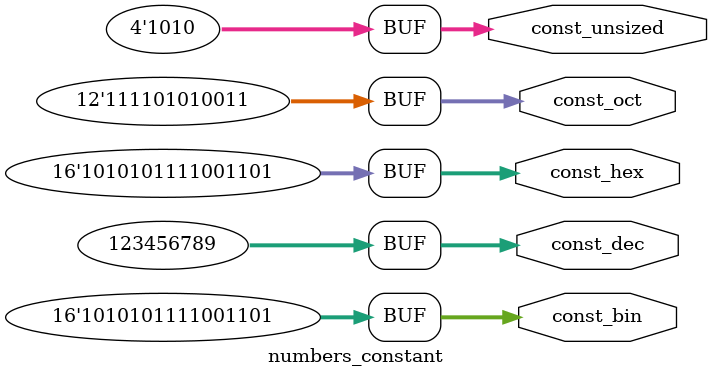
<source format=sv>
module numbers_constant (
    output wire [31:0] const_dec,
    output wire [15:0] const_bin,
    output wire [11:0] const_oct,
    output wire [15:0] const_hex,
    output wire [3:0]  const_unsized    // unsized binary constant
);
    // Decimal literal
    assign const_dec     = 123456789;
    // 16-bit binary literal (with underscores)
    assign const_bin     = 16'b1010_1011_1100_1101;
    // 12-bit octal literal
    assign const_oct     = 12'o7523;
    // 16-bit hex literal
    assign const_hex     = 16'hABCD;
    // Unsized binary literal: width = number of digits (4), value = 1010₂
    assign const_unsized = 'b1010;
endmodule

</source>
